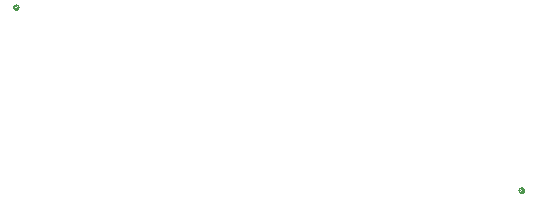
<source format=gbr>
G04 #@! TF.GenerationSoftware,KiCad,Pcbnew,(5.1.2-1)-1*
G04 #@! TF.CreationDate,2020-07-05T10:41:52+01:00*
G04 #@! TF.ProjectId,MZ80-80CLR,4d5a3830-2d38-4304-934c-522e6b696361,rev?*
G04 #@! TF.SameCoordinates,Original*
G04 #@! TF.FileFunction,Glue,Top*
G04 #@! TF.FilePolarity,Positive*
%FSLAX46Y46*%
G04 Gerber Fmt 4.6, Leading zero omitted, Abs format (unit mm)*
G04 Created by KiCad (PCBNEW (5.1.2-1)-1) date 2020-07-05 10:41:52*
%MOMM*%
%LPD*%
G04 APERTURE LIST*
%ADD10C,0.100000*%
%ADD11C,0.083333*%
%ADD12C,0.116667*%
G04 APERTURE END LIST*
D10*
X117471000Y-88392000D02*
G75*
G03X117471000Y-88392000I-250000J0D01*
G01*
D11*
X117429333Y-88392000D02*
G75*
G03X117429333Y-88392000I-208333J0D01*
G01*
X117354333Y-88392000D02*
G75*
G03X117354333Y-88392000I-133333J0D01*
G01*
D12*
X117279333Y-88392000D02*
G75*
G03X117279333Y-88392000I-58333J0D01*
G01*
D10*
X74672000Y-72898000D02*
G75*
G03X74672000Y-72898000I-250000J0D01*
G01*
D11*
X74630333Y-72898000D02*
G75*
G03X74630333Y-72898000I-208333J0D01*
G01*
X74555333Y-72898000D02*
G75*
G03X74555333Y-72898000I-133333J0D01*
G01*
D12*
X74480333Y-72898000D02*
G75*
G03X74480333Y-72898000I-58333J0D01*
G01*
M02*

</source>
